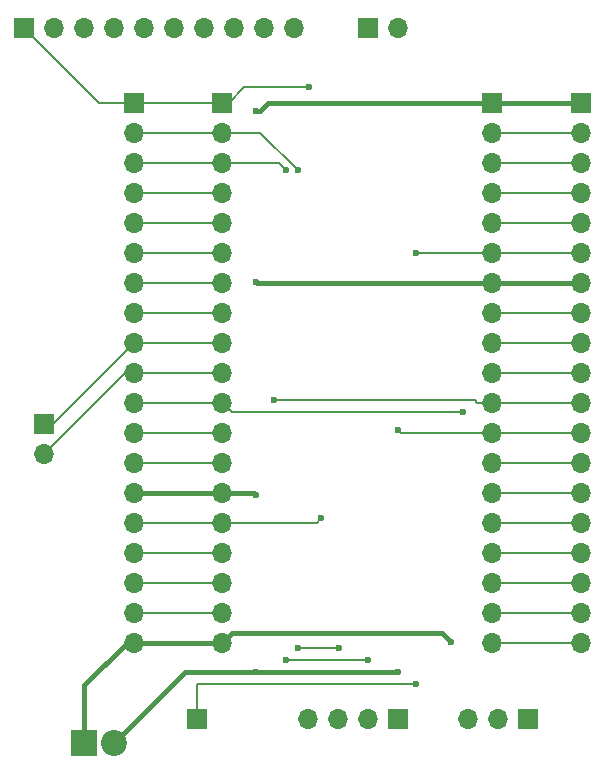
<source format=gbr>
%TF.GenerationSoftware,KiCad,Pcbnew,8.0.6*%
%TF.CreationDate,2025-09-05T14:44:53+02:00*%
%TF.ProjectId,wro-nyak,77726f2d-6e79-4616-9b2e-6b696361645f,rev?*%
%TF.SameCoordinates,Original*%
%TF.FileFunction,Copper,L2,Bot*%
%TF.FilePolarity,Positive*%
%FSLAX46Y46*%
G04 Gerber Fmt 4.6, Leading zero omitted, Abs format (unit mm)*
G04 Created by KiCad (PCBNEW 8.0.6) date 2025-09-05 14:44:53*
%MOMM*%
%LPD*%
G01*
G04 APERTURE LIST*
%TA.AperFunction,ComponentPad*%
%ADD10R,2.200000X2.200000*%
%TD*%
%TA.AperFunction,ComponentPad*%
%ADD11C,2.200000*%
%TD*%
%TA.AperFunction,ComponentPad*%
%ADD12R,1.700000X1.700000*%
%TD*%
%TA.AperFunction,ComponentPad*%
%ADD13O,1.700000X1.700000*%
%TD*%
%TA.AperFunction,ViaPad*%
%ADD14C,0.600000*%
%TD*%
%TA.AperFunction,Conductor*%
%ADD15C,0.400000*%
%TD*%
%TA.AperFunction,Conductor*%
%ADD16C,0.200000*%
%TD*%
G04 APERTURE END LIST*
D10*
%TO.P,PSU1,1,Pin_1*%
%TO.N,/+5V*%
X25460000Y-80500000D03*
D11*
%TO.P,PSU1,2,Pin_2*%
%TO.N,/GND*%
X28000000Y-80500000D03*
%TD*%
D12*
%TO.P,GYRO1,1,Pin_1*%
%TO.N,/+3V3*%
X20380000Y-20000000D03*
D13*
%TO.P,GYRO1,2,Pin_2*%
%TO.N,/GND*%
X22920000Y-20000000D03*
%TO.P,GYRO1,3,Pin_3*%
%TO.N,unconnected-(GYRO1-Pin_3-Pad3)*%
X25460000Y-20000000D03*
%TO.P,GYRO1,4,Pin_4*%
%TO.N,/SDA*%
X28000000Y-20000000D03*
%TO.P,GYRO1,5,Pin_5*%
%TO.N,unconnected-(GYRO1-Pin_5-Pad5)*%
X30540000Y-20000000D03*
%TO.P,GYRO1,6,Pin_6*%
%TO.N,unconnected-(GYRO1-Pin_6-Pad6)*%
X33080000Y-20000000D03*
%TO.P,GYRO1,7,Pin_7*%
%TO.N,unconnected-(GYRO1-Pin_7-Pad7)*%
X35620000Y-20000000D03*
%TO.P,GYRO1,8,Pin_8*%
%TO.N,unconnected-(GYRO1-Pin_8-Pad8)*%
X38160000Y-20000000D03*
%TO.P,GYRO1,9,Pin_9*%
%TO.N,unconnected-(GYRO1-Pin_9-Pad9)*%
X40700000Y-20000000D03*
%TO.P,GYRO1,10,Pin_10*%
%TO.N,/+3V3*%
X43240000Y-20000000D03*
%TD*%
D12*
%TO.P,J8,1,Pin_1*%
%TO.N,/SERVO*%
X63040000Y-78500000D03*
D13*
%TO.P,J8,2,Pin_2*%
%TO.N,/+5V*%
X60500000Y-78500000D03*
%TO.P,J8,3,Pin_3*%
%TO.N,/GND*%
X57960000Y-78500000D03*
%TD*%
D12*
%TO.P,J2,1,Pin_1*%
%TO.N,/GND*%
X60000000Y-26320000D03*
D13*
%TO.P,J2,2,Pin_2*%
%TO.N,Net-(J2-Pin_2)*%
X60000000Y-28860000D03*
%TO.P,J2,3,Pin_3*%
%TO.N,Net-(J2-Pin_3)*%
X60000000Y-31400000D03*
%TO.P,J2,4,Pin_4*%
%TO.N,Net-(J2-Pin_4)*%
X60000000Y-33940000D03*
%TO.P,J2,5,Pin_5*%
%TO.N,Net-(J2-Pin_5)*%
X60000000Y-36480000D03*
%TO.P,J2,6,Pin_6*%
%TO.N,/LIDAR_PWM*%
X60000000Y-39020000D03*
%TO.P,J2,7,Pin_7*%
%TO.N,/GND*%
X60000000Y-41560000D03*
%TO.P,J2,8,Pin_8*%
%TO.N,Net-(J2-Pin_8)*%
X60000000Y-44100000D03*
%TO.P,J2,9,Pin_9*%
%TO.N,Net-(J2-Pin_9)*%
X60000000Y-46640000D03*
%TO.P,J2,10,Pin_10*%
%TO.N,Net-(J2-Pin_10)*%
X60000000Y-49180000D03*
%TO.P,J2,11,Pin_11*%
%TO.N,/SDA*%
X60000000Y-51720000D03*
%TO.P,J2,12,Pin_12*%
%TO.N,/MOT2*%
X60000000Y-54260000D03*
%TO.P,J2,13,Pin_13*%
%TO.N,Net-(J2-Pin_13)*%
X60000000Y-56800000D03*
%TO.P,J2,14,Pin_14*%
%TO.N,Net-(J2-Pin_14)*%
X60000000Y-59340000D03*
%TO.P,J2,15,Pin_15*%
%TO.N,Net-(J2-Pin_15)*%
X60000000Y-61880000D03*
%TO.P,J2,16,Pin_16*%
%TO.N,Net-(J2-Pin_16)*%
X60000000Y-64420000D03*
%TO.P,J2,17,Pin_17*%
%TO.N,Net-(J2-Pin_17)*%
X60000000Y-66960000D03*
%TO.P,J2,18,Pin_18*%
%TO.N,Net-(J2-Pin_18)*%
X60000000Y-69500000D03*
%TO.P,J2,19,Pin_19*%
%TO.N,Net-(J2-Pin_19)*%
X60000000Y-72040000D03*
%TD*%
D12*
%TO.P,J5,1,Pin_1*%
%TO.N,/PI_PIN1*%
X22000000Y-53500000D03*
D13*
%TO.P,J5,2,Pin_2*%
%TO.N,/PI_PIN2*%
X22000000Y-56040000D03*
%TD*%
D12*
%TO.P,J4,1,Pin_1*%
%TO.N,/GND*%
X67500000Y-26320000D03*
D13*
%TO.P,J4,2,Pin_2*%
%TO.N,Net-(J2-Pin_2)*%
X67500000Y-28860000D03*
%TO.P,J4,3,Pin_3*%
%TO.N,Net-(J2-Pin_3)*%
X67500000Y-31400000D03*
%TO.P,J4,4,Pin_4*%
%TO.N,Net-(J2-Pin_4)*%
X67500000Y-33940000D03*
%TO.P,J4,5,Pin_5*%
%TO.N,Net-(J2-Pin_5)*%
X67500000Y-36480000D03*
%TO.P,J4,6,Pin_6*%
%TO.N,/LIDAR_PWM*%
X67500000Y-39020000D03*
%TO.P,J4,7,Pin_7*%
%TO.N,/GND*%
X67500000Y-41560000D03*
%TO.P,J4,8,Pin_8*%
%TO.N,Net-(J2-Pin_8)*%
X67500000Y-44100000D03*
%TO.P,J4,9,Pin_9*%
%TO.N,Net-(J2-Pin_9)*%
X67500000Y-46640000D03*
%TO.P,J4,10,Pin_10*%
%TO.N,Net-(J2-Pin_10)*%
X67500000Y-49180000D03*
%TO.P,J4,11,Pin_11*%
%TO.N,/SDA*%
X67500000Y-51720000D03*
%TO.P,J4,12,Pin_12*%
%TO.N,/MOT2*%
X67500000Y-54260000D03*
%TO.P,J4,13,Pin_13*%
%TO.N,Net-(J2-Pin_13)*%
X67500000Y-56800000D03*
%TO.P,J4,14,Pin_14*%
%TO.N,Net-(J2-Pin_14)*%
X67500000Y-59340000D03*
%TO.P,J4,15,Pin_15*%
%TO.N,Net-(J2-Pin_15)*%
X67500000Y-61880000D03*
%TO.P,J4,16,Pin_16*%
%TO.N,Net-(J2-Pin_16)*%
X67500000Y-64420000D03*
%TO.P,J4,17,Pin_17*%
%TO.N,Net-(J2-Pin_17)*%
X67500000Y-66960000D03*
%TO.P,J4,18,Pin_18*%
%TO.N,Net-(J2-Pin_18)*%
X67500000Y-69500000D03*
%TO.P,J4,19,Pin_19*%
%TO.N,Net-(J2-Pin_19)*%
X67500000Y-72040000D03*
%TD*%
D12*
%TO.P,J3,1,Pin_1*%
%TO.N,/+3V3*%
X29640000Y-26320000D03*
D13*
%TO.P,J3,2,Pin_2*%
%TO.N,/ENC1*%
X29640000Y-28860000D03*
%TO.P,J3,3,Pin_3*%
%TO.N,/ENC2*%
X29640000Y-31400000D03*
%TO.P,J3,4,Pin_4*%
%TO.N,Net-(J1-Pin_4)*%
X29640000Y-33940000D03*
%TO.P,J3,5,Pin_5*%
%TO.N,Net-(J1-Pin_5)*%
X29640000Y-36480000D03*
%TO.P,J3,6,Pin_6*%
%TO.N,Net-(J1-Pin_6)*%
X29640000Y-39020000D03*
%TO.P,J3,7,Pin_7*%
%TO.N,Net-(J1-Pin_7)*%
X29640000Y-41560000D03*
%TO.P,J3,8,Pin_8*%
%TO.N,Net-(J1-Pin_8)*%
X29640000Y-44100000D03*
%TO.P,J3,9,Pin_9*%
%TO.N,/PI_PIN1*%
X29640000Y-46640000D03*
%TO.P,J3,10,Pin_10*%
%TO.N,/PI_PIN2*%
X29640000Y-49180000D03*
%TO.P,J3,11,Pin_11*%
%TO.N,/SERVO*%
X29640000Y-51720000D03*
%TO.P,J3,12,Pin_12*%
%TO.N,Net-(J1-Pin_12)*%
X29640000Y-54260000D03*
%TO.P,J3,13,Pin_13*%
%TO.N,Net-(J1-Pin_13)*%
X29640000Y-56800000D03*
%TO.P,J3,14,Pin_14*%
%TO.N,/GND*%
X29640000Y-59340000D03*
%TO.P,J3,15,Pin_15*%
%TO.N,/MOT1*%
X29640000Y-61880000D03*
%TO.P,J3,16,Pin_16*%
%TO.N,Net-(J1-Pin_16)*%
X29640000Y-64420000D03*
%TO.P,J3,17,Pin_17*%
%TO.N,Net-(J1-Pin_17)*%
X29640000Y-66960000D03*
%TO.P,J3,18,Pin_18*%
%TO.N,Net-(J1-Pin_18)*%
X29640000Y-69500000D03*
%TO.P,J3,19,Pin_19*%
%TO.N,/+5V*%
X29640000Y-72040000D03*
%TD*%
D12*
%TO.P,J6,1,Pin_1*%
%TO.N,/MOT1*%
X49500000Y-20000000D03*
D13*
%TO.P,J6,2,Pin_2*%
%TO.N,/MOT2*%
X52040000Y-20000000D03*
%TD*%
D12*
%TO.P,J1,1,Pin_1*%
%TO.N,/+3V3*%
X37140000Y-26320000D03*
D13*
%TO.P,J1,2,Pin_2*%
%TO.N,/ENC1*%
X37140000Y-28860000D03*
%TO.P,J1,3,Pin_3*%
%TO.N,/ENC2*%
X37140000Y-31400000D03*
%TO.P,J1,4,Pin_4*%
%TO.N,Net-(J1-Pin_4)*%
X37140000Y-33940000D03*
%TO.P,J1,5,Pin_5*%
%TO.N,Net-(J1-Pin_5)*%
X37140000Y-36480000D03*
%TO.P,J1,6,Pin_6*%
%TO.N,Net-(J1-Pin_6)*%
X37140000Y-39020000D03*
%TO.P,J1,7,Pin_7*%
%TO.N,Net-(J1-Pin_7)*%
X37140000Y-41560000D03*
%TO.P,J1,8,Pin_8*%
%TO.N,Net-(J1-Pin_8)*%
X37140000Y-44100000D03*
%TO.P,J1,9,Pin_9*%
%TO.N,/PI_PIN1*%
X37140000Y-46640000D03*
%TO.P,J1,10,Pin_10*%
%TO.N,/PI_PIN2*%
X37140000Y-49180000D03*
%TO.P,J1,11,Pin_11*%
%TO.N,/SERVO*%
X37140000Y-51720000D03*
%TO.P,J1,12,Pin_12*%
%TO.N,Net-(J1-Pin_12)*%
X37140000Y-54260000D03*
%TO.P,J1,13,Pin_13*%
%TO.N,Net-(J1-Pin_13)*%
X37140000Y-56800000D03*
%TO.P,J1,14,Pin_14*%
%TO.N,/GND*%
X37140000Y-59340000D03*
%TO.P,J1,15,Pin_15*%
%TO.N,/MOT1*%
X37140000Y-61880000D03*
%TO.P,J1,16,Pin_16*%
%TO.N,Net-(J1-Pin_16)*%
X37140000Y-64420000D03*
%TO.P,J1,17,Pin_17*%
%TO.N,Net-(J1-Pin_17)*%
X37140000Y-66960000D03*
%TO.P,J1,18,Pin_18*%
%TO.N,Net-(J1-Pin_18)*%
X37140000Y-69500000D03*
%TO.P,J1,19,Pin_19*%
%TO.N,/+5V*%
X37140000Y-72040000D03*
%TD*%
D12*
%TO.P,J7,1,Pin_1*%
%TO.N,/GND*%
X52040000Y-78500000D03*
D13*
%TO.P,J7,2,Pin_2*%
%TO.N,/ENC2*%
X49500000Y-78500000D03*
%TO.P,J7,3,Pin_3*%
%TO.N,/ENC1*%
X46960000Y-78500000D03*
%TO.P,J7,4,Pin_4*%
%TO.N,/+3V3*%
X44420000Y-78500000D03*
%TD*%
D12*
%TO.P,LIDAR1,1,Pin_1*%
%TO.N,/LIDAR_PWM*%
X35000000Y-78500000D03*
%TD*%
D14*
%TO.N,/+5V*%
X56500000Y-72000000D03*
%TO.N,/GND*%
X40000000Y-41500000D03*
X40000000Y-74500000D03*
X52000000Y-74500000D03*
X40000000Y-27020000D03*
X40000000Y-59500000D03*
%TO.N,/+3V3*%
X44500000Y-25000000D03*
%TO.N,/SDA*%
X41500000Y-51500000D03*
%TO.N,/SERVO*%
X57500000Y-52500000D03*
%TO.N,/ENC2*%
X42500000Y-32000000D03*
X42500000Y-73500000D03*
X49500000Y-73500000D03*
%TO.N,/LIDAR_PWM*%
X53500000Y-39020000D03*
X53500000Y-75500000D03*
%TO.N,/ENC1*%
X43500000Y-72500000D03*
X47000000Y-72500000D03*
X43500000Y-32000000D03*
%TO.N,/MOT2*%
X52000000Y-54000000D03*
%TO.N,/MOT1*%
X45500000Y-61500000D03*
%TD*%
D15*
%TO.N,/+5V*%
X37140000Y-72040000D02*
X29640000Y-72040000D01*
X29640000Y-72040000D02*
X29040000Y-72040000D01*
X29040000Y-72040000D02*
X25460000Y-75620000D01*
X37990000Y-71190000D02*
X55690000Y-71190000D01*
X25460000Y-75620000D02*
X25460000Y-80500000D01*
X55690000Y-71190000D02*
X56500000Y-72000000D01*
X37140000Y-72040000D02*
X37990000Y-71190000D01*
%TO.N,/GND*%
X34000000Y-74500000D02*
X28000000Y-80500000D01*
X39840000Y-59340000D02*
X40000000Y-59500000D01*
X60000000Y-41560000D02*
X67500000Y-41560000D01*
X40000000Y-74500000D02*
X52000000Y-74500000D01*
X41028528Y-26320000D02*
X40328528Y-27020000D01*
X29640000Y-59340000D02*
X37140000Y-59340000D01*
X40000000Y-74500000D02*
X34000000Y-74500000D01*
X37140000Y-59340000D02*
X39840000Y-59340000D01*
X60000000Y-26320000D02*
X67500000Y-26320000D01*
X40060000Y-41560000D02*
X40000000Y-41500000D01*
X60000000Y-26320000D02*
X41028528Y-26320000D01*
X40328528Y-27020000D02*
X40000000Y-27020000D01*
X60000000Y-41560000D02*
X40060000Y-41560000D01*
D16*
%TO.N,/+3V3*%
X39000000Y-25000000D02*
X44500000Y-25000000D01*
X29640000Y-26320000D02*
X26700000Y-26320000D01*
X26700000Y-26320000D02*
X20380000Y-20000000D01*
X29640000Y-26320000D02*
X29640000Y-26000000D01*
X37680000Y-26320000D02*
X39000000Y-25000000D01*
X37140000Y-26320000D02*
X37680000Y-26320000D01*
X29640000Y-26320000D02*
X37140000Y-26320000D01*
%TO.N,/SDA*%
X58720000Y-51720000D02*
X60000000Y-51720000D01*
X41500000Y-51500000D02*
X58500000Y-51500000D01*
X60000000Y-51720000D02*
X67500000Y-51720000D01*
X58500000Y-51500000D02*
X58720000Y-51720000D01*
%TO.N,/SERVO*%
X37920000Y-52500000D02*
X57500000Y-52500000D01*
X37140000Y-51720000D02*
X37920000Y-52500000D01*
X29640000Y-51720000D02*
X37140000Y-51720000D01*
%TO.N,/PI_PIN1*%
X22000000Y-53500000D02*
X22780000Y-53500000D01*
X22780000Y-53500000D02*
X29640000Y-46640000D01*
X29640000Y-46640000D02*
X37140000Y-46640000D01*
%TO.N,Net-(J1-Pin_16)*%
X29640000Y-64420000D02*
X37140000Y-64420000D01*
%TO.N,Net-(J1-Pin_5)*%
X29640000Y-36480000D02*
X37140000Y-36480000D01*
%TO.N,Net-(J1-Pin_4)*%
X29640000Y-33940000D02*
X37140000Y-33940000D01*
%TO.N,Net-(J1-Pin_18)*%
X29640000Y-69500000D02*
X37140000Y-69500000D01*
%TO.N,/PI_PIN2*%
X28860000Y-49180000D02*
X29640000Y-49180000D01*
X29640000Y-49180000D02*
X37140000Y-49180000D01*
X22000000Y-56040000D02*
X28860000Y-49180000D01*
%TO.N,Net-(J1-Pin_8)*%
X29640000Y-44100000D02*
X37140000Y-44100000D01*
%TO.N,Net-(J1-Pin_12)*%
X29640000Y-54260000D02*
X37140000Y-54260000D01*
%TO.N,Net-(J1-Pin_13)*%
X29640000Y-56800000D02*
X37140000Y-56800000D01*
%TO.N,Net-(J1-Pin_17)*%
X37140000Y-66960000D02*
X29640000Y-66960000D01*
%TO.N,Net-(J1-Pin_6)*%
X29640000Y-39020000D02*
X37140000Y-39020000D01*
%TO.N,Net-(J1-Pin_7)*%
X29640000Y-41560000D02*
X37140000Y-41560000D01*
%TO.N,/ENC2*%
X41900000Y-31400000D02*
X42500000Y-32000000D01*
X29640000Y-31400000D02*
X37140000Y-31400000D01*
X42500000Y-73500000D02*
X49500000Y-73500000D01*
X37140000Y-31400000D02*
X41900000Y-31400000D01*
%TO.N,/LIDAR_PWM*%
X35000000Y-75500000D02*
X53500000Y-75500000D01*
X35000000Y-78500000D02*
X35000000Y-75500000D01*
X60000000Y-39020000D02*
X67500000Y-39020000D01*
X53500000Y-39020000D02*
X60000000Y-39020000D01*
%TO.N,Net-(J2-Pin_13)*%
X60000000Y-56800000D02*
X67500000Y-56800000D01*
%TO.N,Net-(J2-Pin_14)*%
X60000000Y-59340000D02*
X67500000Y-59340000D01*
%TO.N,Net-(J2-Pin_10)*%
X60000000Y-49180000D02*
X67500000Y-49180000D01*
%TO.N,Net-(J2-Pin_5)*%
X60000000Y-36480000D02*
X67500000Y-36480000D01*
%TO.N,Net-(J2-Pin_19)*%
X60000000Y-72040000D02*
X67500000Y-72040000D01*
%TO.N,Net-(J2-Pin_2)*%
X60000000Y-28860000D02*
X67500000Y-28860000D01*
%TO.N,Net-(J2-Pin_17)*%
X60000000Y-66960000D02*
X67500000Y-66960000D01*
%TO.N,Net-(J2-Pin_9)*%
X60000000Y-46640000D02*
X67500000Y-46640000D01*
%TO.N,Net-(J2-Pin_18)*%
X60000000Y-69500000D02*
X67500000Y-69500000D01*
%TO.N,Net-(J2-Pin_16)*%
X60000000Y-64420000D02*
X67500000Y-64420000D01*
%TO.N,Net-(J2-Pin_8)*%
X60000000Y-44100000D02*
X67500000Y-44100000D01*
%TO.N,Net-(J2-Pin_4)*%
X60000000Y-33940000D02*
X67500000Y-33940000D01*
%TO.N,Net-(J2-Pin_3)*%
X60000000Y-31400000D02*
X67500000Y-31400000D01*
%TO.N,Net-(J2-Pin_15)*%
X60000000Y-61880000D02*
X67500000Y-61880000D01*
%TO.N,/ENC1*%
X37140000Y-28860000D02*
X40360000Y-28860000D01*
X40360000Y-28860000D02*
X43500000Y-32000000D01*
X29640000Y-28860000D02*
X37140000Y-28860000D01*
X43500000Y-72500000D02*
X47000000Y-72500000D01*
%TO.N,/MOT2*%
X52260000Y-54260000D02*
X52000000Y-54000000D01*
X52800000Y-54260000D02*
X52260000Y-54260000D01*
X60000000Y-54260000D02*
X53000000Y-54260000D01*
X53000000Y-54260000D02*
X52800000Y-54260000D01*
X60000000Y-54260000D02*
X67500000Y-54260000D01*
%TO.N,/MOT1*%
X29640000Y-61880000D02*
X37140000Y-61880000D01*
X45120000Y-61880000D02*
X45500000Y-61500000D01*
X37140000Y-61880000D02*
X45120000Y-61880000D01*
%TD*%
M02*

</source>
